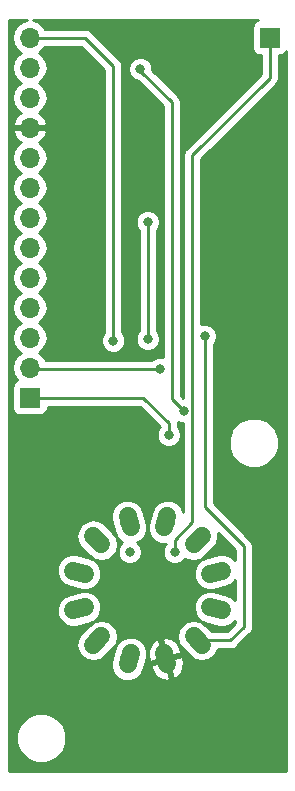
<source format=gbl>
G04 #@! TF.GenerationSoftware,KiCad,Pcbnew,5.0.0-rc2-unknown-e4a6f2e~65~ubuntu18.04.1*
G04 #@! TF.CreationDate,2018-06-07T10:51:13+01:00*
G04 #@! TF.ProjectId,IV-11-breakout,49562D31312D627265616B6F75742E6B,rev?*
G04 #@! TF.SameCoordinates,Original*
G04 #@! TF.FileFunction,Copper,L2,Bot,Signal*
G04 #@! TF.FilePolarity,Positive*
%FSLAX46Y46*%
G04 Gerber Fmt 4.6, Leading zero omitted, Abs format (unit mm)*
G04 Created by KiCad (PCBNEW 5.0.0-rc2-unknown-e4a6f2e~65~ubuntu18.04.1) date Thu Jun  7 10:51:13 2018*
%MOMM*%
%LPD*%
G01*
G04 APERTURE LIST*
G04 #@! TA.AperFunction,ComponentPad*
%ADD10O,1.700000X1.700000*%
G04 #@! TD*
G04 #@! TA.AperFunction,ComponentPad*
%ADD11R,1.700000X1.700000*%
G04 #@! TD*
G04 #@! TA.AperFunction,ComponentPad*
%ADD12C,1.524000*%
G04 #@! TD*
G04 #@! TA.AperFunction,Conductor*
%ADD13C,1.524000*%
G04 #@! TD*
G04 #@! TA.AperFunction,ViaPad*
%ADD14C,0.800000*%
G04 #@! TD*
G04 #@! TA.AperFunction,Conductor*
%ADD15C,0.250000*%
G04 #@! TD*
G04 #@! TA.AperFunction,Conductor*
%ADD16C,0.254000*%
G04 #@! TD*
G04 APERTURE END LIST*
D10*
G04 #@! TO.P,J1,13*
G04 #@! TO.N,/LED_DIN*
X102540000Y-99695000D03*
G04 #@! TO.P,J1,12*
G04 #@! TO.N,/LED+V*
X102540000Y-102235000D03*
G04 #@! TO.P,J1,11*
G04 #@! TO.N,/HEATER+V*
X102540000Y-104775000D03*
G04 #@! TO.P,J1,10*
G04 #@! TO.N,GND*
X102540000Y-107315000D03*
G04 #@! TO.P,J1,9*
G04 #@! TO.N,/GRID*
X102540000Y-109855000D03*
G04 #@! TO.P,J1,8*
G04 #@! TO.N,/DP*
X102540000Y-112395000D03*
G04 #@! TO.P,J1,7*
G04 #@! TO.N,/G*
X102540000Y-114935000D03*
G04 #@! TO.P,J1,6*
G04 #@! TO.N,/F*
X102540000Y-117475000D03*
G04 #@! TO.P,J1,5*
G04 #@! TO.N,/E*
X102540000Y-120015000D03*
G04 #@! TO.P,J1,4*
G04 #@! TO.N,/D*
X102540000Y-122555000D03*
G04 #@! TO.P,J1,3*
G04 #@! TO.N,/C*
X102540000Y-125095000D03*
G04 #@! TO.P,J1,2*
G04 #@! TO.N,/B*
X102540000Y-127635000D03*
D11*
G04 #@! TO.P,J1,1*
G04 #@! TO.N,/A*
X102540000Y-130175000D03*
G04 #@! TD*
D12*
G04 #@! TO.P,VFD1,1*
G04 #@! TO.N,GND*
X114052914Y-152295555D03*
D13*
G04 #@! TD*
G04 #@! TO.N,GND*
G04 #@! TO.C,VFD1*
X114179218Y-152766927D02*
X113926610Y-151824183D01*
D12*
G04 #@! TO.P,VFD1,2*
G04 #@! TO.N,/GRID*
X116742640Y-150742641D03*
D13*
G04 #@! TD*
G04 #@! TO.N,/GRID*
G04 #@! TO.C,VFD1*
X117087708Y-151087709D02*
X116397572Y-150397573D01*
D12*
G04 #@! TO.P,VFD1,3*
G04 #@! TO.N,/C*
X118295555Y-148052915D03*
D13*
G04 #@! TD*
G04 #@! TO.N,/C*
G04 #@! TO.C,VFD1*
X118766927Y-148179219D02*
X117824183Y-147926611D01*
D12*
G04 #@! TO.P,VFD1,4*
G04 #@! TO.N,/DP*
X118295555Y-144947086D03*
D13*
G04 #@! TD*
G04 #@! TO.N,/DP*
G04 #@! TO.C,VFD1*
X118766927Y-144820782D02*
X117824183Y-145073390D01*
D12*
G04 #@! TO.P,VFD1,5*
G04 #@! TO.N,/B*
X116742641Y-142257360D03*
D13*
G04 #@! TD*
G04 #@! TO.N,/B*
G04 #@! TO.C,VFD1*
X117087709Y-141912292D02*
X116397573Y-142602428D01*
D12*
G04 #@! TO.P,VFD1,6*
G04 #@! TO.N,/A*
X114052915Y-140704445D03*
D13*
G04 #@! TD*
G04 #@! TO.N,/A*
G04 #@! TO.C,VFD1*
X114179219Y-140233073D02*
X113926611Y-141175817D01*
D12*
G04 #@! TO.P,VFD1,7*
G04 #@! TO.N,/G*
X110947086Y-140704445D03*
D13*
G04 #@! TD*
G04 #@! TO.N,/G*
G04 #@! TO.C,VFD1*
X110820782Y-140233073D02*
X111073390Y-141175817D01*
D12*
G04 #@! TO.P,VFD1,8*
G04 #@! TO.N,/F*
X108257360Y-142257359D03*
D13*
G04 #@! TD*
G04 #@! TO.N,/F*
G04 #@! TO.C,VFD1*
X107912292Y-141912291D02*
X108602428Y-142602427D01*
D12*
G04 #@! TO.P,VFD1,9*
G04 #@! TO.N,/E*
X106704445Y-144947085D03*
D13*
G04 #@! TD*
G04 #@! TO.N,/E*
G04 #@! TO.C,VFD1*
X106233073Y-144820781D02*
X107175817Y-145073389D01*
D12*
G04 #@! TO.P,VFD1,10*
G04 #@! TO.N,/D*
X106704445Y-148052914D03*
D13*
G04 #@! TD*
G04 #@! TO.N,/D*
G04 #@! TO.C,VFD1*
X106233073Y-148179218D02*
X107175817Y-147926610D01*
D12*
G04 #@! TO.P,VFD1,11*
G04 #@! TO.N,/HEATER+V*
X108257359Y-150742640D03*
D13*
G04 #@! TD*
G04 #@! TO.N,/HEATER+V*
G04 #@! TO.C,VFD1*
X107912291Y-151087708D02*
X108602427Y-150397572D01*
D12*
G04 #@! TO.P,VFD1,12*
G04 #@! TO.N,N/C*
X110947085Y-152295555D03*
D13*
G04 #@! TD*
G04 #@! TO.N,N/C*
G04 #@! TO.C,VFD1*
X110820781Y-152766927D02*
X111073389Y-151824183D01*
D11*
G04 #@! TO.P,J2,1*
G04 #@! TO.N,/LED_DOUT*
X122860000Y-99695000D03*
G04 #@! TD*
D14*
G04 #@! TO.N,GND*
X108712000Y-146304000D03*
G04 #@! TO.N,/LED_DOUT*
X114812653Y-143260653D03*
G04 #@! TO.N,/A*
X114300000Y-133350000D03*
G04 #@! TO.N,/B*
X113538000Y-127762000D03*
G04 #@! TO.N,/GRID*
X117348000Y-124968000D03*
G04 #@! TO.N,/LED_DIN*
X110998000Y-143256000D03*
X109601000Y-125349000D03*
G04 #@! TO.N,/LED+V*
X115570000Y-131318000D03*
X111887000Y-102362000D03*
G04 #@! TO.N,/HEATER+V*
X112522000Y-125222000D03*
X112522000Y-115316000D03*
G04 #@! TD*
D15*
G04 #@! TO.N,/LED_DOUT*
X122860000Y-101981000D02*
X122860000Y-100425010D01*
X114808000Y-143256000D02*
X114808000Y-142240000D01*
X114812653Y-143260653D02*
X114808000Y-143256000D01*
X114808000Y-142240000D02*
X116295001Y-140752999D01*
X116295001Y-109645999D02*
X122860000Y-103081000D01*
X116295001Y-140752999D02*
X116295001Y-109645999D01*
X122860000Y-103081000D02*
X122860000Y-101981000D01*
G04 #@! TO.N,/A*
X102540000Y-130175000D02*
X112141000Y-130175000D01*
X112141000Y-130175000D02*
X114300000Y-132334000D01*
X114300000Y-132334000D02*
X114300000Y-133350000D01*
G04 #@! TO.N,/B*
X102667000Y-127762000D02*
X102540000Y-127635000D01*
X113538000Y-127762000D02*
X102667000Y-127762000D01*
G04 #@! TO.N,/GRID*
X119513359Y-150742641D02*
X116742640Y-150742641D01*
X120650000Y-149606000D02*
X119513359Y-150742641D01*
X120650000Y-142748000D02*
X120650000Y-149606000D01*
X117348000Y-124968000D02*
X117348000Y-139446000D01*
X117348000Y-139446000D02*
X120650000Y-142748000D01*
G04 #@! TO.N,/LED_DIN*
X107188000Y-99695000D02*
X102540000Y-99695000D01*
X109601000Y-125349000D02*
X109601000Y-102108000D01*
X109601000Y-102108000D02*
X107188000Y-99695000D01*
G04 #@! TO.N,/LED+V*
X114563001Y-130311001D02*
X114563001Y-106943001D01*
X115570000Y-131318000D02*
X114563001Y-130311001D01*
X114563001Y-106943001D02*
X114563001Y-105165001D01*
X114563001Y-105165001D02*
X111887000Y-102489000D01*
X111887000Y-102489000D02*
X111887000Y-102362000D01*
G04 #@! TO.N,/HEATER+V*
X112522000Y-125222000D02*
X112522000Y-117602000D01*
X112522000Y-115316000D02*
X112522000Y-117602000D01*
G04 #@! TD*
D16*
G04 #@! TO.N,GND*
G36*
X101960582Y-98296161D02*
X101469375Y-98624375D01*
X101141161Y-99115582D01*
X101025908Y-99695000D01*
X101141161Y-100274418D01*
X101469375Y-100765625D01*
X101767761Y-100965000D01*
X101469375Y-101164375D01*
X101141161Y-101655582D01*
X101025908Y-102235000D01*
X101141161Y-102814418D01*
X101469375Y-103305625D01*
X101767761Y-103505000D01*
X101469375Y-103704375D01*
X101141161Y-104195582D01*
X101025908Y-104775000D01*
X101141161Y-105354418D01*
X101469375Y-105845625D01*
X101788478Y-106058843D01*
X101658642Y-106119817D01*
X101268355Y-106548076D01*
X101098524Y-106958110D01*
X101219845Y-107188000D01*
X102413000Y-107188000D01*
X102413000Y-107168000D01*
X102667000Y-107168000D01*
X102667000Y-107188000D01*
X103860155Y-107188000D01*
X103981476Y-106958110D01*
X103811645Y-106548076D01*
X103421358Y-106119817D01*
X103291522Y-106058843D01*
X103610625Y-105845625D01*
X103938839Y-105354418D01*
X104054092Y-104775000D01*
X103938839Y-104195582D01*
X103610625Y-103704375D01*
X103312239Y-103505000D01*
X103610625Y-103305625D01*
X103938839Y-102814418D01*
X104054092Y-102235000D01*
X103938839Y-101655582D01*
X103610625Y-101164375D01*
X103312239Y-100965000D01*
X103610625Y-100765625D01*
X103818178Y-100455000D01*
X106873199Y-100455000D01*
X108841001Y-102422804D01*
X108841000Y-124645289D01*
X108723569Y-124762720D01*
X108566000Y-125143126D01*
X108566000Y-125554874D01*
X108723569Y-125935280D01*
X109014720Y-126226431D01*
X109395126Y-126384000D01*
X109806874Y-126384000D01*
X110187280Y-126226431D01*
X110478431Y-125935280D01*
X110636000Y-125554874D01*
X110636000Y-125143126D01*
X110478431Y-124762720D01*
X110361000Y-124645289D01*
X110361000Y-115110126D01*
X111487000Y-115110126D01*
X111487000Y-115521874D01*
X111644569Y-115902280D01*
X111762000Y-116019711D01*
X111762001Y-117527148D01*
X111762000Y-124518289D01*
X111644569Y-124635720D01*
X111487000Y-125016126D01*
X111487000Y-125427874D01*
X111644569Y-125808280D01*
X111935720Y-126099431D01*
X112316126Y-126257000D01*
X112727874Y-126257000D01*
X113108280Y-126099431D01*
X113399431Y-125808280D01*
X113557000Y-125427874D01*
X113557000Y-125016126D01*
X113399431Y-124635720D01*
X113282000Y-124518289D01*
X113282000Y-116019711D01*
X113399431Y-115902280D01*
X113557000Y-115521874D01*
X113557000Y-115110126D01*
X113399431Y-114729720D01*
X113108280Y-114438569D01*
X112727874Y-114281000D01*
X112316126Y-114281000D01*
X111935720Y-114438569D01*
X111644569Y-114729720D01*
X111487000Y-115110126D01*
X110361000Y-115110126D01*
X110361000Y-102182846D01*
X110375888Y-102107999D01*
X110361000Y-102033152D01*
X110361000Y-102033148D01*
X110316904Y-101811463D01*
X110251856Y-101714112D01*
X110191329Y-101623526D01*
X110191327Y-101623524D01*
X110148929Y-101560071D01*
X110085476Y-101517673D01*
X107778331Y-99210530D01*
X107735929Y-99147071D01*
X107484537Y-98979096D01*
X107262852Y-98935000D01*
X107262847Y-98935000D01*
X107188000Y-98920112D01*
X107113153Y-98935000D01*
X103818178Y-98935000D01*
X103610625Y-98624375D01*
X103119418Y-98296161D01*
X102811940Y-98235000D01*
X121821774Y-98235000D01*
X121762235Y-98246843D01*
X121552191Y-98387191D01*
X121411843Y-98597235D01*
X121362560Y-98845000D01*
X121362560Y-100545000D01*
X121411843Y-100792765D01*
X121552191Y-101002809D01*
X121762235Y-101143157D01*
X122010000Y-101192440D01*
X122100001Y-101192440D01*
X122100000Y-102055851D01*
X122100001Y-102055855D01*
X122100000Y-102766198D01*
X115810529Y-109055670D01*
X115747073Y-109098070D01*
X115704673Y-109161526D01*
X115704672Y-109161527D01*
X115579098Y-109349462D01*
X115520113Y-109645999D01*
X115535002Y-109720851D01*
X115535001Y-130208200D01*
X115323001Y-129996200D01*
X115323001Y-105239848D01*
X115337889Y-105165001D01*
X115323001Y-105090154D01*
X115323001Y-105090149D01*
X115278905Y-104868464D01*
X115110930Y-104617072D01*
X115047474Y-104574672D01*
X112922000Y-102449199D01*
X112922000Y-102156126D01*
X112764431Y-101775720D01*
X112473280Y-101484569D01*
X112092874Y-101327000D01*
X111681126Y-101327000D01*
X111300720Y-101484569D01*
X111009569Y-101775720D01*
X110852000Y-102156126D01*
X110852000Y-102567874D01*
X111009569Y-102948280D01*
X111300720Y-103239431D01*
X111681126Y-103397000D01*
X111720199Y-103397000D01*
X113803002Y-105479804D01*
X113803001Y-107017852D01*
X113803002Y-107017857D01*
X113803001Y-126751491D01*
X113743874Y-126727000D01*
X113332126Y-126727000D01*
X112951720Y-126884569D01*
X112834289Y-127002000D01*
X103903037Y-127002000D01*
X103610625Y-126564375D01*
X103312239Y-126365000D01*
X103610625Y-126165625D01*
X103938839Y-125674418D01*
X104054092Y-125095000D01*
X103938839Y-124515582D01*
X103610625Y-124024375D01*
X103312239Y-123825000D01*
X103610625Y-123625625D01*
X103938839Y-123134418D01*
X104054092Y-122555000D01*
X103938839Y-121975582D01*
X103610625Y-121484375D01*
X103312239Y-121285000D01*
X103610625Y-121085625D01*
X103938839Y-120594418D01*
X104054092Y-120015000D01*
X103938839Y-119435582D01*
X103610625Y-118944375D01*
X103312239Y-118745000D01*
X103610625Y-118545625D01*
X103938839Y-118054418D01*
X104054092Y-117475000D01*
X103938839Y-116895582D01*
X103610625Y-116404375D01*
X103312239Y-116205000D01*
X103610625Y-116005625D01*
X103938839Y-115514418D01*
X104054092Y-114935000D01*
X103938839Y-114355582D01*
X103610625Y-113864375D01*
X103312239Y-113665000D01*
X103610625Y-113465625D01*
X103938839Y-112974418D01*
X104054092Y-112395000D01*
X103938839Y-111815582D01*
X103610625Y-111324375D01*
X103312239Y-111125000D01*
X103610625Y-110925625D01*
X103938839Y-110434418D01*
X104054092Y-109855000D01*
X103938839Y-109275582D01*
X103610625Y-108784375D01*
X103291522Y-108571157D01*
X103421358Y-108510183D01*
X103811645Y-108081924D01*
X103981476Y-107671890D01*
X103860155Y-107442000D01*
X102667000Y-107442000D01*
X102667000Y-107462000D01*
X102413000Y-107462000D01*
X102413000Y-107442000D01*
X101219845Y-107442000D01*
X101098524Y-107671890D01*
X101268355Y-108081924D01*
X101658642Y-108510183D01*
X101788478Y-108571157D01*
X101469375Y-108784375D01*
X101141161Y-109275582D01*
X101025908Y-109855000D01*
X101141161Y-110434418D01*
X101469375Y-110925625D01*
X101767761Y-111125000D01*
X101469375Y-111324375D01*
X101141161Y-111815582D01*
X101025908Y-112395000D01*
X101141161Y-112974418D01*
X101469375Y-113465625D01*
X101767761Y-113665000D01*
X101469375Y-113864375D01*
X101141161Y-114355582D01*
X101025908Y-114935000D01*
X101141161Y-115514418D01*
X101469375Y-116005625D01*
X101767761Y-116205000D01*
X101469375Y-116404375D01*
X101141161Y-116895582D01*
X101025908Y-117475000D01*
X101141161Y-118054418D01*
X101469375Y-118545625D01*
X101767761Y-118745000D01*
X101469375Y-118944375D01*
X101141161Y-119435582D01*
X101025908Y-120015000D01*
X101141161Y-120594418D01*
X101469375Y-121085625D01*
X101767761Y-121285000D01*
X101469375Y-121484375D01*
X101141161Y-121975582D01*
X101025908Y-122555000D01*
X101141161Y-123134418D01*
X101469375Y-123625625D01*
X101767761Y-123825000D01*
X101469375Y-124024375D01*
X101141161Y-124515582D01*
X101025908Y-125095000D01*
X101141161Y-125674418D01*
X101469375Y-126165625D01*
X101767761Y-126365000D01*
X101469375Y-126564375D01*
X101141161Y-127055582D01*
X101025908Y-127635000D01*
X101141161Y-128214418D01*
X101469375Y-128705625D01*
X101487619Y-128717816D01*
X101442235Y-128726843D01*
X101232191Y-128867191D01*
X101091843Y-129077235D01*
X101042560Y-129325000D01*
X101042560Y-131025000D01*
X101091843Y-131272765D01*
X101232191Y-131482809D01*
X101442235Y-131623157D01*
X101690000Y-131672440D01*
X103390000Y-131672440D01*
X103637765Y-131623157D01*
X103847809Y-131482809D01*
X103988157Y-131272765D01*
X104037440Y-131025000D01*
X104037440Y-130935000D01*
X111826199Y-130935000D01*
X113538744Y-132647545D01*
X113422569Y-132763720D01*
X113265000Y-133144126D01*
X113265000Y-133555874D01*
X113422569Y-133936280D01*
X113713720Y-134227431D01*
X114094126Y-134385000D01*
X114505874Y-134385000D01*
X114886280Y-134227431D01*
X115177431Y-133936280D01*
X115335000Y-133555874D01*
X115335000Y-133144126D01*
X115177431Y-132763720D01*
X115060000Y-132646289D01*
X115060000Y-132408846D01*
X115074888Y-132333999D01*
X115060000Y-132259152D01*
X115060000Y-132259148D01*
X115053037Y-132224143D01*
X115364126Y-132353000D01*
X115535001Y-132353000D01*
X115535001Y-139881007D01*
X115412758Y-139520890D01*
X115046319Y-139103047D01*
X114547873Y-138857239D01*
X113993302Y-138820891D01*
X113467036Y-138999534D01*
X113049193Y-139365972D01*
X112865432Y-139738602D01*
X112541603Y-140947146D01*
X112514430Y-141361733D01*
X112693073Y-141888000D01*
X113059511Y-142305843D01*
X113557957Y-142551650D01*
X114027190Y-142582405D01*
X113935222Y-142674373D01*
X113777653Y-143054779D01*
X113777653Y-143466527D01*
X113935222Y-143846933D01*
X114226373Y-144138084D01*
X114606779Y-144295653D01*
X115018527Y-144295653D01*
X115398933Y-144138084D01*
X115690084Y-143846933D01*
X115702113Y-143817892D01*
X115852492Y-143918372D01*
X116397573Y-144026795D01*
X116942654Y-143918372D01*
X117288111Y-143687545D01*
X118172826Y-142802830D01*
X118403653Y-142457374D01*
X118512076Y-141912292D01*
X118455609Y-141628410D01*
X119890000Y-143062802D01*
X119890000Y-143947585D01*
X119479110Y-143587243D01*
X118952844Y-143408600D01*
X118538256Y-143435774D01*
X117329713Y-143759603D01*
X116957083Y-143943364D01*
X116590645Y-144361207D01*
X116412002Y-144887474D01*
X116448350Y-145442044D01*
X116694157Y-145940490D01*
X117112000Y-146306928D01*
X117638267Y-146485571D01*
X118052854Y-146458398D01*
X119261398Y-146134569D01*
X119634028Y-145950808D01*
X119890000Y-145658927D01*
X119890001Y-147341074D01*
X119634028Y-147049193D01*
X119261398Y-146865432D01*
X118052854Y-146541603D01*
X117638267Y-146514430D01*
X117112000Y-146693073D01*
X116694157Y-147059511D01*
X116448350Y-147557957D01*
X116412002Y-148112527D01*
X116590645Y-148638794D01*
X116957083Y-149056637D01*
X117329713Y-149240398D01*
X118538256Y-149564227D01*
X118952844Y-149591401D01*
X119479110Y-149412758D01*
X119890001Y-149052416D01*
X119890001Y-149291197D01*
X119198558Y-149982641D01*
X117958295Y-149982641D01*
X117288110Y-149312456D01*
X116942653Y-149081629D01*
X116397572Y-148973206D01*
X115852491Y-149081629D01*
X115390392Y-149390393D01*
X115081628Y-149852492D01*
X114973205Y-150397573D01*
X115081628Y-150942654D01*
X115312455Y-151288111D01*
X116197170Y-152172826D01*
X116542626Y-152403653D01*
X117087708Y-152512076D01*
X117632789Y-152403653D01*
X118094888Y-152094889D01*
X118403652Y-151632790D01*
X118429540Y-151502641D01*
X119438512Y-151502641D01*
X119513359Y-151517529D01*
X119588206Y-151502641D01*
X119588211Y-151502641D01*
X119809896Y-151458545D01*
X120061288Y-151290570D01*
X120103690Y-151227111D01*
X121134473Y-150196329D01*
X121197929Y-150153929D01*
X121365904Y-149902537D01*
X121410000Y-149680852D01*
X121410000Y-149680848D01*
X121424888Y-149606001D01*
X121410000Y-149531154D01*
X121410000Y-142822846D01*
X121424888Y-142747999D01*
X121410000Y-142673152D01*
X121410000Y-142673148D01*
X121365904Y-142451463D01*
X121197929Y-142200071D01*
X121134473Y-142157671D01*
X118108000Y-139131199D01*
X118108000Y-133575322D01*
X119365000Y-133575322D01*
X119365000Y-134424678D01*
X119690034Y-135209380D01*
X120290620Y-135809966D01*
X121075322Y-136135000D01*
X121924678Y-136135000D01*
X122709380Y-135809966D01*
X123309966Y-135209380D01*
X123635000Y-134424678D01*
X123635000Y-133575322D01*
X123309966Y-132790620D01*
X122709380Y-132190034D01*
X121924678Y-131865000D01*
X121075322Y-131865000D01*
X120290620Y-132190034D01*
X119690034Y-132790620D01*
X119365000Y-133575322D01*
X118108000Y-133575322D01*
X118108000Y-125671711D01*
X118225431Y-125554280D01*
X118383000Y-125173874D01*
X118383000Y-124762126D01*
X118225431Y-124381720D01*
X117934280Y-124090569D01*
X117553874Y-123933000D01*
X117142126Y-123933000D01*
X117055001Y-123969088D01*
X117055001Y-109960800D01*
X123344473Y-103671329D01*
X123407929Y-103628929D01*
X123575904Y-103377537D01*
X123620000Y-103155852D01*
X123620000Y-103155848D01*
X123634888Y-103081000D01*
X123620000Y-103006152D01*
X123620000Y-101192440D01*
X123710000Y-101192440D01*
X123957765Y-101143157D01*
X124167809Y-101002809D01*
X124265000Y-100857353D01*
X124265001Y-161765000D01*
X100735000Y-161765000D01*
X100735000Y-158575322D01*
X101365000Y-158575322D01*
X101365000Y-159424678D01*
X101690034Y-160209380D01*
X102290620Y-160809966D01*
X103075322Y-161135000D01*
X103924678Y-161135000D01*
X104709380Y-160809966D01*
X105309966Y-160209380D01*
X105635000Y-159424678D01*
X105635000Y-158575322D01*
X105309966Y-157790620D01*
X104709380Y-157190034D01*
X103924678Y-156865000D01*
X103075322Y-156865000D01*
X102290620Y-157190034D01*
X101690034Y-157790620D01*
X101365000Y-158575322D01*
X100735000Y-158575322D01*
X100735000Y-152952843D01*
X109408600Y-152952843D01*
X109587243Y-153479110D01*
X109953681Y-153896953D01*
X110452127Y-154142760D01*
X111006697Y-154179108D01*
X111532964Y-154000465D01*
X111950807Y-153634027D01*
X112134568Y-153261397D01*
X112263612Y-152779798D01*
X112736386Y-152779798D01*
X112862689Y-153251170D01*
X113148216Y-153718122D01*
X113590702Y-154040264D01*
X114122785Y-154168552D01*
X114198335Y-154163796D01*
X114375338Y-153989547D01*
X113963111Y-152451098D01*
X112736386Y-152779798D01*
X112263612Y-152779798D01*
X112455656Y-152063081D01*
X112544342Y-152063081D01*
X112670646Y-152534453D01*
X113227074Y-152385358D01*
X114208457Y-152385358D01*
X114620683Y-153923807D01*
X114861096Y-153986210D01*
X114928902Y-153952553D01*
X115325555Y-153575411D01*
X115547689Y-153075185D01*
X115561486Y-152528029D01*
X115435182Y-152056657D01*
X114208457Y-152385358D01*
X113227074Y-152385358D01*
X113897371Y-152205752D01*
X113485145Y-150667303D01*
X113244732Y-150604900D01*
X113176926Y-150638557D01*
X112780273Y-151015699D01*
X112558139Y-151515925D01*
X112544342Y-152063081D01*
X112455656Y-152063081D01*
X112458397Y-152052854D01*
X112485571Y-151638266D01*
X112306928Y-151112000D01*
X111940489Y-150694157D01*
X111752729Y-150601563D01*
X113730490Y-150601563D01*
X114142717Y-152140012D01*
X115369442Y-151811312D01*
X115243139Y-151339940D01*
X114957612Y-150872988D01*
X114515126Y-150550846D01*
X113983043Y-150422558D01*
X113907493Y-150427314D01*
X113730490Y-150601563D01*
X111752729Y-150601563D01*
X111442043Y-150448349D01*
X110887472Y-150412001D01*
X110361206Y-150590644D01*
X109943363Y-150957082D01*
X109759602Y-151329712D01*
X109435773Y-152538256D01*
X109408600Y-152952843D01*
X100735000Y-152952843D01*
X100735000Y-151087708D01*
X106487924Y-151087708D01*
X106596347Y-151632789D01*
X106905111Y-152094888D01*
X107367210Y-152403652D01*
X107912291Y-152512075D01*
X108457372Y-152403652D01*
X108802829Y-152172825D01*
X109687544Y-151288110D01*
X109918371Y-150942654D01*
X110026794Y-150397572D01*
X109918371Y-149852491D01*
X109609607Y-149390392D01*
X109147508Y-149081628D01*
X108602427Y-148973205D01*
X108057345Y-149081628D01*
X107711889Y-149312455D01*
X106827174Y-150197170D01*
X106596347Y-150542627D01*
X106487924Y-151087708D01*
X100735000Y-151087708D01*
X100735000Y-147993302D01*
X104820892Y-147993302D01*
X104857240Y-148547872D01*
X105103047Y-149046318D01*
X105520890Y-149412756D01*
X106047157Y-149591399D01*
X106461744Y-149564226D01*
X107670288Y-149240397D01*
X108042918Y-149056636D01*
X108409356Y-148638793D01*
X108587999Y-148112527D01*
X108551651Y-147557956D01*
X108305843Y-147059510D01*
X107888000Y-146693071D01*
X107361734Y-146514428D01*
X106947146Y-146541602D01*
X105738603Y-146865431D01*
X105365973Y-147049192D01*
X104999535Y-147467035D01*
X104820892Y-147993302D01*
X100735000Y-147993302D01*
X100735000Y-145006697D01*
X104820892Y-145006697D01*
X104999535Y-145532964D01*
X105365973Y-145950807D01*
X105738603Y-146134568D01*
X106947146Y-146458397D01*
X107361734Y-146485571D01*
X107888000Y-146306928D01*
X108305843Y-145940489D01*
X108551651Y-145442043D01*
X108587999Y-144887472D01*
X108409356Y-144361206D01*
X108042918Y-143943363D01*
X107670288Y-143759602D01*
X106461744Y-143435773D01*
X106047157Y-143408600D01*
X105520890Y-143587243D01*
X105103047Y-143953681D01*
X104857240Y-144452127D01*
X104820892Y-145006697D01*
X100735000Y-145006697D01*
X100735000Y-141912291D01*
X106487925Y-141912291D01*
X106596348Y-142457372D01*
X106827175Y-142802829D01*
X107711890Y-143687544D01*
X108057346Y-143918371D01*
X108602428Y-144026794D01*
X109147509Y-143918371D01*
X109609608Y-143609607D01*
X109918372Y-143147508D01*
X110026795Y-142602427D01*
X109918372Y-142057345D01*
X109687545Y-141711889D01*
X108802830Y-140827174D01*
X108457373Y-140596347D01*
X107912292Y-140487924D01*
X107367211Y-140596347D01*
X106905112Y-140905111D01*
X106596348Y-141367210D01*
X106487925Y-141912291D01*
X100735000Y-141912291D01*
X100735000Y-140047157D01*
X109408601Y-140047157D01*
X109435774Y-140461744D01*
X109759603Y-141670288D01*
X109943364Y-142042918D01*
X110361207Y-142409356D01*
X110375934Y-142414355D01*
X110120569Y-142669720D01*
X109963000Y-143050126D01*
X109963000Y-143461874D01*
X110120569Y-143842280D01*
X110411720Y-144133431D01*
X110792126Y-144291000D01*
X111203874Y-144291000D01*
X111584280Y-144133431D01*
X111875431Y-143842280D01*
X112033000Y-143461874D01*
X112033000Y-143050126D01*
X111875431Y-142669720D01*
X111653221Y-142447510D01*
X111940490Y-142305843D01*
X112306929Y-141888000D01*
X112485572Y-141361734D01*
X112458398Y-140947146D01*
X112134569Y-139738603D01*
X111950808Y-139365973D01*
X111532965Y-138999535D01*
X111006698Y-138820892D01*
X110452128Y-138857240D01*
X109953682Y-139103047D01*
X109587244Y-139520890D01*
X109408601Y-140047157D01*
X100735000Y-140047157D01*
X100735000Y-98235000D01*
X102268060Y-98235000D01*
X101960582Y-98296161D01*
X101960582Y-98296161D01*
G37*
X101960582Y-98296161D02*
X101469375Y-98624375D01*
X101141161Y-99115582D01*
X101025908Y-99695000D01*
X101141161Y-100274418D01*
X101469375Y-100765625D01*
X101767761Y-100965000D01*
X101469375Y-101164375D01*
X101141161Y-101655582D01*
X101025908Y-102235000D01*
X101141161Y-102814418D01*
X101469375Y-103305625D01*
X101767761Y-103505000D01*
X101469375Y-103704375D01*
X101141161Y-104195582D01*
X101025908Y-104775000D01*
X101141161Y-105354418D01*
X101469375Y-105845625D01*
X101788478Y-106058843D01*
X101658642Y-106119817D01*
X101268355Y-106548076D01*
X101098524Y-106958110D01*
X101219845Y-107188000D01*
X102413000Y-107188000D01*
X102413000Y-107168000D01*
X102667000Y-107168000D01*
X102667000Y-107188000D01*
X103860155Y-107188000D01*
X103981476Y-106958110D01*
X103811645Y-106548076D01*
X103421358Y-106119817D01*
X103291522Y-106058843D01*
X103610625Y-105845625D01*
X103938839Y-105354418D01*
X104054092Y-104775000D01*
X103938839Y-104195582D01*
X103610625Y-103704375D01*
X103312239Y-103505000D01*
X103610625Y-103305625D01*
X103938839Y-102814418D01*
X104054092Y-102235000D01*
X103938839Y-101655582D01*
X103610625Y-101164375D01*
X103312239Y-100965000D01*
X103610625Y-100765625D01*
X103818178Y-100455000D01*
X106873199Y-100455000D01*
X108841001Y-102422804D01*
X108841000Y-124645289D01*
X108723569Y-124762720D01*
X108566000Y-125143126D01*
X108566000Y-125554874D01*
X108723569Y-125935280D01*
X109014720Y-126226431D01*
X109395126Y-126384000D01*
X109806874Y-126384000D01*
X110187280Y-126226431D01*
X110478431Y-125935280D01*
X110636000Y-125554874D01*
X110636000Y-125143126D01*
X110478431Y-124762720D01*
X110361000Y-124645289D01*
X110361000Y-115110126D01*
X111487000Y-115110126D01*
X111487000Y-115521874D01*
X111644569Y-115902280D01*
X111762000Y-116019711D01*
X111762001Y-117527148D01*
X111762000Y-124518289D01*
X111644569Y-124635720D01*
X111487000Y-125016126D01*
X111487000Y-125427874D01*
X111644569Y-125808280D01*
X111935720Y-126099431D01*
X112316126Y-126257000D01*
X112727874Y-126257000D01*
X113108280Y-126099431D01*
X113399431Y-125808280D01*
X113557000Y-125427874D01*
X113557000Y-125016126D01*
X113399431Y-124635720D01*
X113282000Y-124518289D01*
X113282000Y-116019711D01*
X113399431Y-115902280D01*
X113557000Y-115521874D01*
X113557000Y-115110126D01*
X113399431Y-114729720D01*
X113108280Y-114438569D01*
X112727874Y-114281000D01*
X112316126Y-114281000D01*
X111935720Y-114438569D01*
X111644569Y-114729720D01*
X111487000Y-115110126D01*
X110361000Y-115110126D01*
X110361000Y-102182846D01*
X110375888Y-102107999D01*
X110361000Y-102033152D01*
X110361000Y-102033148D01*
X110316904Y-101811463D01*
X110251856Y-101714112D01*
X110191329Y-101623526D01*
X110191327Y-101623524D01*
X110148929Y-101560071D01*
X110085476Y-101517673D01*
X107778331Y-99210530D01*
X107735929Y-99147071D01*
X107484537Y-98979096D01*
X107262852Y-98935000D01*
X107262847Y-98935000D01*
X107188000Y-98920112D01*
X107113153Y-98935000D01*
X103818178Y-98935000D01*
X103610625Y-98624375D01*
X103119418Y-98296161D01*
X102811940Y-98235000D01*
X121821774Y-98235000D01*
X121762235Y-98246843D01*
X121552191Y-98387191D01*
X121411843Y-98597235D01*
X121362560Y-98845000D01*
X121362560Y-100545000D01*
X121411843Y-100792765D01*
X121552191Y-101002809D01*
X121762235Y-101143157D01*
X122010000Y-101192440D01*
X122100001Y-101192440D01*
X122100000Y-102055851D01*
X122100001Y-102055855D01*
X122100000Y-102766198D01*
X115810529Y-109055670D01*
X115747073Y-109098070D01*
X115704673Y-109161526D01*
X115704672Y-109161527D01*
X115579098Y-109349462D01*
X115520113Y-109645999D01*
X115535002Y-109720851D01*
X115535001Y-130208200D01*
X115323001Y-129996200D01*
X115323001Y-105239848D01*
X115337889Y-105165001D01*
X115323001Y-105090154D01*
X115323001Y-105090149D01*
X115278905Y-104868464D01*
X115110930Y-104617072D01*
X115047474Y-104574672D01*
X112922000Y-102449199D01*
X112922000Y-102156126D01*
X112764431Y-101775720D01*
X112473280Y-101484569D01*
X112092874Y-101327000D01*
X111681126Y-101327000D01*
X111300720Y-101484569D01*
X111009569Y-101775720D01*
X110852000Y-102156126D01*
X110852000Y-102567874D01*
X111009569Y-102948280D01*
X111300720Y-103239431D01*
X111681126Y-103397000D01*
X111720199Y-103397000D01*
X113803002Y-105479804D01*
X113803001Y-107017852D01*
X113803002Y-107017857D01*
X113803001Y-126751491D01*
X113743874Y-126727000D01*
X113332126Y-126727000D01*
X112951720Y-126884569D01*
X112834289Y-127002000D01*
X103903037Y-127002000D01*
X103610625Y-126564375D01*
X103312239Y-126365000D01*
X103610625Y-126165625D01*
X103938839Y-125674418D01*
X104054092Y-125095000D01*
X103938839Y-124515582D01*
X103610625Y-124024375D01*
X103312239Y-123825000D01*
X103610625Y-123625625D01*
X103938839Y-123134418D01*
X104054092Y-122555000D01*
X103938839Y-121975582D01*
X103610625Y-121484375D01*
X103312239Y-121285000D01*
X103610625Y-121085625D01*
X103938839Y-120594418D01*
X104054092Y-120015000D01*
X103938839Y-119435582D01*
X103610625Y-118944375D01*
X103312239Y-118745000D01*
X103610625Y-118545625D01*
X103938839Y-118054418D01*
X104054092Y-117475000D01*
X103938839Y-116895582D01*
X103610625Y-116404375D01*
X103312239Y-116205000D01*
X103610625Y-116005625D01*
X103938839Y-115514418D01*
X104054092Y-114935000D01*
X103938839Y-114355582D01*
X103610625Y-113864375D01*
X103312239Y-113665000D01*
X103610625Y-113465625D01*
X103938839Y-112974418D01*
X104054092Y-112395000D01*
X103938839Y-111815582D01*
X103610625Y-111324375D01*
X103312239Y-111125000D01*
X103610625Y-110925625D01*
X103938839Y-110434418D01*
X104054092Y-109855000D01*
X103938839Y-109275582D01*
X103610625Y-108784375D01*
X103291522Y-108571157D01*
X103421358Y-108510183D01*
X103811645Y-108081924D01*
X103981476Y-107671890D01*
X103860155Y-107442000D01*
X102667000Y-107442000D01*
X102667000Y-107462000D01*
X102413000Y-107462000D01*
X102413000Y-107442000D01*
X101219845Y-107442000D01*
X101098524Y-107671890D01*
X101268355Y-108081924D01*
X101658642Y-108510183D01*
X101788478Y-108571157D01*
X101469375Y-108784375D01*
X101141161Y-109275582D01*
X101025908Y-109855000D01*
X101141161Y-110434418D01*
X101469375Y-110925625D01*
X101767761Y-111125000D01*
X101469375Y-111324375D01*
X101141161Y-111815582D01*
X101025908Y-112395000D01*
X101141161Y-112974418D01*
X101469375Y-113465625D01*
X101767761Y-113665000D01*
X101469375Y-113864375D01*
X101141161Y-114355582D01*
X101025908Y-114935000D01*
X101141161Y-115514418D01*
X101469375Y-116005625D01*
X101767761Y-116205000D01*
X101469375Y-116404375D01*
X101141161Y-116895582D01*
X101025908Y-117475000D01*
X101141161Y-118054418D01*
X101469375Y-118545625D01*
X101767761Y-118745000D01*
X101469375Y-118944375D01*
X101141161Y-119435582D01*
X101025908Y-120015000D01*
X101141161Y-120594418D01*
X101469375Y-121085625D01*
X101767761Y-121285000D01*
X101469375Y-121484375D01*
X101141161Y-121975582D01*
X101025908Y-122555000D01*
X101141161Y-123134418D01*
X101469375Y-123625625D01*
X101767761Y-123825000D01*
X101469375Y-124024375D01*
X101141161Y-124515582D01*
X101025908Y-125095000D01*
X101141161Y-125674418D01*
X101469375Y-126165625D01*
X101767761Y-126365000D01*
X101469375Y-126564375D01*
X101141161Y-127055582D01*
X101025908Y-127635000D01*
X101141161Y-128214418D01*
X101469375Y-128705625D01*
X101487619Y-128717816D01*
X101442235Y-128726843D01*
X101232191Y-128867191D01*
X101091843Y-129077235D01*
X101042560Y-129325000D01*
X101042560Y-131025000D01*
X101091843Y-131272765D01*
X101232191Y-131482809D01*
X101442235Y-131623157D01*
X101690000Y-131672440D01*
X103390000Y-131672440D01*
X103637765Y-131623157D01*
X103847809Y-131482809D01*
X103988157Y-131272765D01*
X104037440Y-131025000D01*
X104037440Y-130935000D01*
X111826199Y-130935000D01*
X113538744Y-132647545D01*
X113422569Y-132763720D01*
X113265000Y-133144126D01*
X113265000Y-133555874D01*
X113422569Y-133936280D01*
X113713720Y-134227431D01*
X114094126Y-134385000D01*
X114505874Y-134385000D01*
X114886280Y-134227431D01*
X115177431Y-133936280D01*
X115335000Y-133555874D01*
X115335000Y-133144126D01*
X115177431Y-132763720D01*
X115060000Y-132646289D01*
X115060000Y-132408846D01*
X115074888Y-132333999D01*
X115060000Y-132259152D01*
X115060000Y-132259148D01*
X115053037Y-132224143D01*
X115364126Y-132353000D01*
X115535001Y-132353000D01*
X115535001Y-139881007D01*
X115412758Y-139520890D01*
X115046319Y-139103047D01*
X114547873Y-138857239D01*
X113993302Y-138820891D01*
X113467036Y-138999534D01*
X113049193Y-139365972D01*
X112865432Y-139738602D01*
X112541603Y-140947146D01*
X112514430Y-141361733D01*
X112693073Y-141888000D01*
X113059511Y-142305843D01*
X113557957Y-142551650D01*
X114027190Y-142582405D01*
X113935222Y-142674373D01*
X113777653Y-143054779D01*
X113777653Y-143466527D01*
X113935222Y-143846933D01*
X114226373Y-144138084D01*
X114606779Y-144295653D01*
X115018527Y-144295653D01*
X115398933Y-144138084D01*
X115690084Y-143846933D01*
X115702113Y-143817892D01*
X115852492Y-143918372D01*
X116397573Y-144026795D01*
X116942654Y-143918372D01*
X117288111Y-143687545D01*
X118172826Y-142802830D01*
X118403653Y-142457374D01*
X118512076Y-141912292D01*
X118455609Y-141628410D01*
X119890000Y-143062802D01*
X119890000Y-143947585D01*
X119479110Y-143587243D01*
X118952844Y-143408600D01*
X118538256Y-143435774D01*
X117329713Y-143759603D01*
X116957083Y-143943364D01*
X116590645Y-144361207D01*
X116412002Y-144887474D01*
X116448350Y-145442044D01*
X116694157Y-145940490D01*
X117112000Y-146306928D01*
X117638267Y-146485571D01*
X118052854Y-146458398D01*
X119261398Y-146134569D01*
X119634028Y-145950808D01*
X119890000Y-145658927D01*
X119890001Y-147341074D01*
X119634028Y-147049193D01*
X119261398Y-146865432D01*
X118052854Y-146541603D01*
X117638267Y-146514430D01*
X117112000Y-146693073D01*
X116694157Y-147059511D01*
X116448350Y-147557957D01*
X116412002Y-148112527D01*
X116590645Y-148638794D01*
X116957083Y-149056637D01*
X117329713Y-149240398D01*
X118538256Y-149564227D01*
X118952844Y-149591401D01*
X119479110Y-149412758D01*
X119890001Y-149052416D01*
X119890001Y-149291197D01*
X119198558Y-149982641D01*
X117958295Y-149982641D01*
X117288110Y-149312456D01*
X116942653Y-149081629D01*
X116397572Y-148973206D01*
X115852491Y-149081629D01*
X115390392Y-149390393D01*
X115081628Y-149852492D01*
X114973205Y-150397573D01*
X115081628Y-150942654D01*
X115312455Y-151288111D01*
X116197170Y-152172826D01*
X116542626Y-152403653D01*
X117087708Y-152512076D01*
X117632789Y-152403653D01*
X118094888Y-152094889D01*
X118403652Y-151632790D01*
X118429540Y-151502641D01*
X119438512Y-151502641D01*
X119513359Y-151517529D01*
X119588206Y-151502641D01*
X119588211Y-151502641D01*
X119809896Y-151458545D01*
X120061288Y-151290570D01*
X120103690Y-151227111D01*
X121134473Y-150196329D01*
X121197929Y-150153929D01*
X121365904Y-149902537D01*
X121410000Y-149680852D01*
X121410000Y-149680848D01*
X121424888Y-149606001D01*
X121410000Y-149531154D01*
X121410000Y-142822846D01*
X121424888Y-142747999D01*
X121410000Y-142673152D01*
X121410000Y-142673148D01*
X121365904Y-142451463D01*
X121197929Y-142200071D01*
X121134473Y-142157671D01*
X118108000Y-139131199D01*
X118108000Y-133575322D01*
X119365000Y-133575322D01*
X119365000Y-134424678D01*
X119690034Y-135209380D01*
X120290620Y-135809966D01*
X121075322Y-136135000D01*
X121924678Y-136135000D01*
X122709380Y-135809966D01*
X123309966Y-135209380D01*
X123635000Y-134424678D01*
X123635000Y-133575322D01*
X123309966Y-132790620D01*
X122709380Y-132190034D01*
X121924678Y-131865000D01*
X121075322Y-131865000D01*
X120290620Y-132190034D01*
X119690034Y-132790620D01*
X119365000Y-133575322D01*
X118108000Y-133575322D01*
X118108000Y-125671711D01*
X118225431Y-125554280D01*
X118383000Y-125173874D01*
X118383000Y-124762126D01*
X118225431Y-124381720D01*
X117934280Y-124090569D01*
X117553874Y-123933000D01*
X117142126Y-123933000D01*
X117055001Y-123969088D01*
X117055001Y-109960800D01*
X123344473Y-103671329D01*
X123407929Y-103628929D01*
X123575904Y-103377537D01*
X123620000Y-103155852D01*
X123620000Y-103155848D01*
X123634888Y-103081000D01*
X123620000Y-103006152D01*
X123620000Y-101192440D01*
X123710000Y-101192440D01*
X123957765Y-101143157D01*
X124167809Y-101002809D01*
X124265000Y-100857353D01*
X124265001Y-161765000D01*
X100735000Y-161765000D01*
X100735000Y-158575322D01*
X101365000Y-158575322D01*
X101365000Y-159424678D01*
X101690034Y-160209380D01*
X102290620Y-160809966D01*
X103075322Y-161135000D01*
X103924678Y-161135000D01*
X104709380Y-160809966D01*
X105309966Y-160209380D01*
X105635000Y-159424678D01*
X105635000Y-158575322D01*
X105309966Y-157790620D01*
X104709380Y-157190034D01*
X103924678Y-156865000D01*
X103075322Y-156865000D01*
X102290620Y-157190034D01*
X101690034Y-157790620D01*
X101365000Y-158575322D01*
X100735000Y-158575322D01*
X100735000Y-152952843D01*
X109408600Y-152952843D01*
X109587243Y-153479110D01*
X109953681Y-153896953D01*
X110452127Y-154142760D01*
X111006697Y-154179108D01*
X111532964Y-154000465D01*
X111950807Y-153634027D01*
X112134568Y-153261397D01*
X112263612Y-152779798D01*
X112736386Y-152779798D01*
X112862689Y-153251170D01*
X113148216Y-153718122D01*
X113590702Y-154040264D01*
X114122785Y-154168552D01*
X114198335Y-154163796D01*
X114375338Y-153989547D01*
X113963111Y-152451098D01*
X112736386Y-152779798D01*
X112263612Y-152779798D01*
X112455656Y-152063081D01*
X112544342Y-152063081D01*
X112670646Y-152534453D01*
X113227074Y-152385358D01*
X114208457Y-152385358D01*
X114620683Y-153923807D01*
X114861096Y-153986210D01*
X114928902Y-153952553D01*
X115325555Y-153575411D01*
X115547689Y-153075185D01*
X115561486Y-152528029D01*
X115435182Y-152056657D01*
X114208457Y-152385358D01*
X113227074Y-152385358D01*
X113897371Y-152205752D01*
X113485145Y-150667303D01*
X113244732Y-150604900D01*
X113176926Y-150638557D01*
X112780273Y-151015699D01*
X112558139Y-151515925D01*
X112544342Y-152063081D01*
X112455656Y-152063081D01*
X112458397Y-152052854D01*
X112485571Y-151638266D01*
X112306928Y-151112000D01*
X111940489Y-150694157D01*
X111752729Y-150601563D01*
X113730490Y-150601563D01*
X114142717Y-152140012D01*
X115369442Y-151811312D01*
X115243139Y-151339940D01*
X114957612Y-150872988D01*
X114515126Y-150550846D01*
X113983043Y-150422558D01*
X113907493Y-150427314D01*
X113730490Y-150601563D01*
X111752729Y-150601563D01*
X111442043Y-150448349D01*
X110887472Y-150412001D01*
X110361206Y-150590644D01*
X109943363Y-150957082D01*
X109759602Y-151329712D01*
X109435773Y-152538256D01*
X109408600Y-152952843D01*
X100735000Y-152952843D01*
X100735000Y-151087708D01*
X106487924Y-151087708D01*
X106596347Y-151632789D01*
X106905111Y-152094888D01*
X107367210Y-152403652D01*
X107912291Y-152512075D01*
X108457372Y-152403652D01*
X108802829Y-152172825D01*
X109687544Y-151288110D01*
X109918371Y-150942654D01*
X110026794Y-150397572D01*
X109918371Y-149852491D01*
X109609607Y-149390392D01*
X109147508Y-149081628D01*
X108602427Y-148973205D01*
X108057345Y-149081628D01*
X107711889Y-149312455D01*
X106827174Y-150197170D01*
X106596347Y-150542627D01*
X106487924Y-151087708D01*
X100735000Y-151087708D01*
X100735000Y-147993302D01*
X104820892Y-147993302D01*
X104857240Y-148547872D01*
X105103047Y-149046318D01*
X105520890Y-149412756D01*
X106047157Y-149591399D01*
X106461744Y-149564226D01*
X107670288Y-149240397D01*
X108042918Y-149056636D01*
X108409356Y-148638793D01*
X108587999Y-148112527D01*
X108551651Y-147557956D01*
X108305843Y-147059510D01*
X107888000Y-146693071D01*
X107361734Y-146514428D01*
X106947146Y-146541602D01*
X105738603Y-146865431D01*
X105365973Y-147049192D01*
X104999535Y-147467035D01*
X104820892Y-147993302D01*
X100735000Y-147993302D01*
X100735000Y-145006697D01*
X104820892Y-145006697D01*
X104999535Y-145532964D01*
X105365973Y-145950807D01*
X105738603Y-146134568D01*
X106947146Y-146458397D01*
X107361734Y-146485571D01*
X107888000Y-146306928D01*
X108305843Y-145940489D01*
X108551651Y-145442043D01*
X108587999Y-144887472D01*
X108409356Y-144361206D01*
X108042918Y-143943363D01*
X107670288Y-143759602D01*
X106461744Y-143435773D01*
X106047157Y-143408600D01*
X105520890Y-143587243D01*
X105103047Y-143953681D01*
X104857240Y-144452127D01*
X104820892Y-145006697D01*
X100735000Y-145006697D01*
X100735000Y-141912291D01*
X106487925Y-141912291D01*
X106596348Y-142457372D01*
X106827175Y-142802829D01*
X107711890Y-143687544D01*
X108057346Y-143918371D01*
X108602428Y-144026794D01*
X109147509Y-143918371D01*
X109609608Y-143609607D01*
X109918372Y-143147508D01*
X110026795Y-142602427D01*
X109918372Y-142057345D01*
X109687545Y-141711889D01*
X108802830Y-140827174D01*
X108457373Y-140596347D01*
X107912292Y-140487924D01*
X107367211Y-140596347D01*
X106905112Y-140905111D01*
X106596348Y-141367210D01*
X106487925Y-141912291D01*
X100735000Y-141912291D01*
X100735000Y-140047157D01*
X109408601Y-140047157D01*
X109435774Y-140461744D01*
X109759603Y-141670288D01*
X109943364Y-142042918D01*
X110361207Y-142409356D01*
X110375934Y-142414355D01*
X110120569Y-142669720D01*
X109963000Y-143050126D01*
X109963000Y-143461874D01*
X110120569Y-143842280D01*
X110411720Y-144133431D01*
X110792126Y-144291000D01*
X111203874Y-144291000D01*
X111584280Y-144133431D01*
X111875431Y-143842280D01*
X112033000Y-143461874D01*
X112033000Y-143050126D01*
X111875431Y-142669720D01*
X111653221Y-142447510D01*
X111940490Y-142305843D01*
X112306929Y-141888000D01*
X112485572Y-141361734D01*
X112458398Y-140947146D01*
X112134569Y-139738603D01*
X111950808Y-139365973D01*
X111532965Y-138999535D01*
X111006698Y-138820892D01*
X110452128Y-138857240D01*
X109953682Y-139103047D01*
X109587244Y-139520890D01*
X109408601Y-140047157D01*
X100735000Y-140047157D01*
X100735000Y-98235000D01*
X102268060Y-98235000D01*
X101960582Y-98296161D01*
G04 #@! TD*
M02*

</source>
